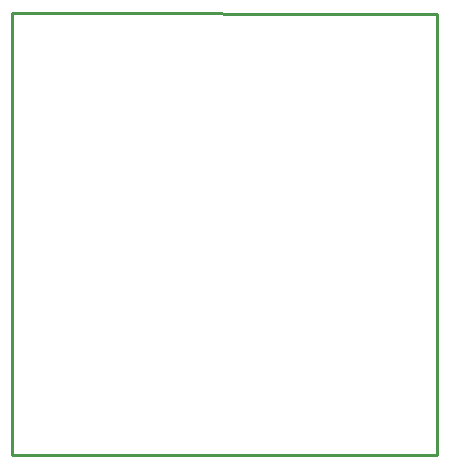
<source format=gko>
G04 Layer: BoardOutline*
G04 EasyEDA v6.1.49, Fri, 31 May 2019 20:59:05 GMT*
G04 40a2506dbd6d4ce6bee7739c3bacdc10,9b1a5d735843498e81bf2f4db3a13241,10*
G04 Gerber Generator version 0.2*
G04 Scale: 100 percent, Rotated: No, Reflected: No *
G04 Dimensions in millimeters *
G04 leading zeros omitted , absolute positions ,3 integer and 3 decimal *
%FSLAX33Y33*%
%MOMM*%
G90*
G71D02*

%ADD10C,0.254000*%
G54D10*
G01X0Y37465D02*
G01X35941Y37338D01*
G01X35941Y0D01*
G01X0Y0D01*
G01X0Y37465D01*

%LPD*%
M00*
M02*

</source>
